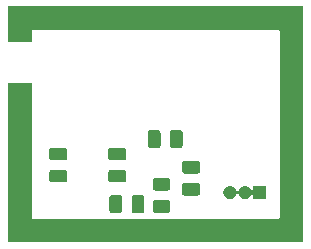
<source format=gbr>
G04 #@! TF.GenerationSoftware,KiCad,Pcbnew,5.1.5*
G04 #@! TF.CreationDate,2020-06-30T22:23:49+09:00*
G04 #@! TF.ProjectId,teabiscuits,74656162-6973-4637-9569-74732e6b6963,rev?*
G04 #@! TF.SameCoordinates,Original*
G04 #@! TF.FileFunction,Soldermask,Bot*
G04 #@! TF.FilePolarity,Negative*
%FSLAX46Y46*%
G04 Gerber Fmt 4.6, Leading zero omitted, Abs format (unit mm)*
G04 Created by KiCad (PCBNEW 5.1.5) date 2020-06-30 22:23:49*
%MOMM*%
%LPD*%
G04 APERTURE LIST*
%ADD10C,0.100000*%
G04 APERTURE END LIST*
D10*
G36*
X177000000Y-145750000D02*
G01*
X152000000Y-145750000D01*
X152000000Y-132250000D01*
X154000000Y-132250000D01*
X154000000Y-143625001D01*
X154002402Y-143649387D01*
X154009515Y-143672836D01*
X154021066Y-143694447D01*
X154036611Y-143713389D01*
X154055553Y-143728934D01*
X154077164Y-143740485D01*
X154100613Y-143747598D01*
X154124999Y-143750000D01*
X174875001Y-143750000D01*
X174899387Y-143747598D01*
X174922836Y-143740485D01*
X174944447Y-143728934D01*
X174963389Y-143713389D01*
X174978934Y-143694447D01*
X174990485Y-143672836D01*
X174997598Y-143649387D01*
X175000000Y-143625001D01*
X175000000Y-127874999D01*
X174997598Y-127850613D01*
X174990485Y-127827164D01*
X174978934Y-127805553D01*
X174963389Y-127786611D01*
X174944447Y-127771066D01*
X174922836Y-127759515D01*
X174899387Y-127752402D01*
X174875001Y-127750000D01*
X154124999Y-127750000D01*
X154100613Y-127752402D01*
X154077164Y-127759515D01*
X154055553Y-127771066D01*
X154036611Y-127786611D01*
X154021066Y-127805553D01*
X154009515Y-127827164D01*
X154002402Y-127850613D01*
X154000000Y-127874999D01*
X154000000Y-128750000D01*
X152000000Y-128750000D01*
X152000000Y-125750000D01*
X177000000Y-125750000D01*
X177000000Y-145750000D01*
G37*
G36*
X163371968Y-141753565D02*
G01*
X163410638Y-141765296D01*
X163446277Y-141784346D01*
X163477517Y-141809983D01*
X163503154Y-141841223D01*
X163522204Y-141876862D01*
X163533935Y-141915532D01*
X163538500Y-141961888D01*
X163538500Y-143038112D01*
X163533935Y-143084468D01*
X163522204Y-143123138D01*
X163503154Y-143158777D01*
X163477517Y-143190017D01*
X163446277Y-143215654D01*
X163410638Y-143234704D01*
X163371968Y-143246435D01*
X163325612Y-143251000D01*
X162674388Y-143251000D01*
X162628032Y-143246435D01*
X162589362Y-143234704D01*
X162553723Y-143215654D01*
X162522483Y-143190017D01*
X162496846Y-143158777D01*
X162477796Y-143123138D01*
X162466065Y-143084468D01*
X162461500Y-143038112D01*
X162461500Y-141961888D01*
X162466065Y-141915532D01*
X162477796Y-141876862D01*
X162496846Y-141841223D01*
X162522483Y-141809983D01*
X162553723Y-141784346D01*
X162589362Y-141765296D01*
X162628032Y-141753565D01*
X162674388Y-141749000D01*
X163325612Y-141749000D01*
X163371968Y-141753565D01*
G37*
G36*
X161496968Y-141753565D02*
G01*
X161535638Y-141765296D01*
X161571277Y-141784346D01*
X161602517Y-141809983D01*
X161628154Y-141841223D01*
X161647204Y-141876862D01*
X161658935Y-141915532D01*
X161663500Y-141961888D01*
X161663500Y-143038112D01*
X161658935Y-143084468D01*
X161647204Y-143123138D01*
X161628154Y-143158777D01*
X161602517Y-143190017D01*
X161571277Y-143215654D01*
X161535638Y-143234704D01*
X161496968Y-143246435D01*
X161450612Y-143251000D01*
X160799388Y-143251000D01*
X160753032Y-143246435D01*
X160714362Y-143234704D01*
X160678723Y-143215654D01*
X160647483Y-143190017D01*
X160621846Y-143158777D01*
X160602796Y-143123138D01*
X160591065Y-143084468D01*
X160586500Y-143038112D01*
X160586500Y-141961888D01*
X160591065Y-141915532D01*
X160602796Y-141876862D01*
X160621846Y-141841223D01*
X160647483Y-141809983D01*
X160678723Y-141784346D01*
X160714362Y-141765296D01*
X160753032Y-141753565D01*
X160799388Y-141749000D01*
X161450612Y-141749000D01*
X161496968Y-141753565D01*
G37*
G36*
X165584468Y-142153565D02*
G01*
X165623138Y-142165296D01*
X165658777Y-142184346D01*
X165690017Y-142209983D01*
X165715654Y-142241223D01*
X165734704Y-142276862D01*
X165746435Y-142315532D01*
X165751000Y-142361888D01*
X165751000Y-143013112D01*
X165746435Y-143059468D01*
X165734704Y-143098138D01*
X165715654Y-143133777D01*
X165690017Y-143165017D01*
X165658777Y-143190654D01*
X165623138Y-143209704D01*
X165584468Y-143221435D01*
X165538112Y-143226000D01*
X164461888Y-143226000D01*
X164415532Y-143221435D01*
X164376862Y-143209704D01*
X164341223Y-143190654D01*
X164309983Y-143165017D01*
X164284346Y-143133777D01*
X164265296Y-143098138D01*
X164253565Y-143059468D01*
X164249000Y-143013112D01*
X164249000Y-142361888D01*
X164253565Y-142315532D01*
X164265296Y-142276862D01*
X164284346Y-142241223D01*
X164309983Y-142209983D01*
X164341223Y-142184346D01*
X164376862Y-142165296D01*
X164415532Y-142153565D01*
X164461888Y-142149000D01*
X165538112Y-142149000D01*
X165584468Y-142153565D01*
G37*
G36*
X170945721Y-140970174D02*
G01*
X171045995Y-141011709D01*
X171045996Y-141011710D01*
X171136242Y-141072010D01*
X171212990Y-141148758D01*
X171212991Y-141148760D01*
X171273291Y-141239005D01*
X171304516Y-141314389D01*
X171316067Y-141336000D01*
X171331612Y-141354941D01*
X171350554Y-141370487D01*
X171372165Y-141382038D01*
X171395614Y-141389151D01*
X171420000Y-141391553D01*
X171444386Y-141389151D01*
X171467835Y-141382038D01*
X171489446Y-141370487D01*
X171508387Y-141354942D01*
X171523933Y-141336000D01*
X171535484Y-141314389D01*
X171566709Y-141239005D01*
X171627009Y-141148760D01*
X171627010Y-141148758D01*
X171703758Y-141072010D01*
X171794004Y-141011710D01*
X171794005Y-141011709D01*
X171894279Y-140970174D01*
X172000730Y-140949000D01*
X172109270Y-140949000D01*
X172215721Y-140970174D01*
X172315995Y-141011709D01*
X172315996Y-141011710D01*
X172406242Y-141072010D01*
X172482990Y-141148758D01*
X172482991Y-141148760D01*
X172545068Y-141241664D01*
X172560614Y-141260606D01*
X172579556Y-141276151D01*
X172601167Y-141287702D01*
X172624615Y-141294815D01*
X172649002Y-141297217D01*
X172673388Y-141294815D01*
X172696837Y-141287702D01*
X172718447Y-141276151D01*
X172737389Y-141260605D01*
X172752934Y-141241663D01*
X172764485Y-141220052D01*
X172771598Y-141196604D01*
X172774000Y-141172218D01*
X172774000Y-140949000D01*
X173876000Y-140949000D01*
X173876000Y-142051000D01*
X172774000Y-142051000D01*
X172774000Y-141827782D01*
X172771598Y-141803396D01*
X172764485Y-141779947D01*
X172752934Y-141758336D01*
X172737389Y-141739394D01*
X172718447Y-141723849D01*
X172696836Y-141712298D01*
X172673387Y-141705185D01*
X172649001Y-141702783D01*
X172624615Y-141705185D01*
X172601166Y-141712298D01*
X172579555Y-141723849D01*
X172560613Y-141739394D01*
X172545068Y-141758336D01*
X172510558Y-141809983D01*
X172482990Y-141851242D01*
X172406242Y-141927990D01*
X172360812Y-141958345D01*
X172315995Y-141988291D01*
X172215721Y-142029826D01*
X172109270Y-142051000D01*
X172000730Y-142051000D01*
X171894279Y-142029826D01*
X171794005Y-141988291D01*
X171749188Y-141958345D01*
X171703758Y-141927990D01*
X171627010Y-141851242D01*
X171581630Y-141783326D01*
X171566709Y-141760995D01*
X171535484Y-141685611D01*
X171523933Y-141664000D01*
X171508388Y-141645059D01*
X171489446Y-141629513D01*
X171467835Y-141617962D01*
X171444386Y-141610849D01*
X171420000Y-141608447D01*
X171395614Y-141610849D01*
X171372165Y-141617962D01*
X171350554Y-141629513D01*
X171331613Y-141645058D01*
X171316067Y-141664000D01*
X171304516Y-141685611D01*
X171273291Y-141760995D01*
X171258370Y-141783326D01*
X171212990Y-141851242D01*
X171136242Y-141927990D01*
X171090812Y-141958345D01*
X171045995Y-141988291D01*
X170945721Y-142029826D01*
X170839270Y-142051000D01*
X170730730Y-142051000D01*
X170624279Y-142029826D01*
X170524005Y-141988291D01*
X170479188Y-141958345D01*
X170433758Y-141927990D01*
X170357010Y-141851242D01*
X170311630Y-141783326D01*
X170296709Y-141760995D01*
X170255174Y-141660721D01*
X170234000Y-141554270D01*
X170234000Y-141445730D01*
X170255174Y-141339279D01*
X170296709Y-141239005D01*
X170357009Y-141148760D01*
X170357010Y-141148758D01*
X170433758Y-141072010D01*
X170524004Y-141011710D01*
X170524005Y-141011709D01*
X170624279Y-140970174D01*
X170730730Y-140949000D01*
X170839270Y-140949000D01*
X170945721Y-140970174D01*
G37*
G36*
X168084468Y-140716065D02*
G01*
X168123138Y-140727796D01*
X168158777Y-140746846D01*
X168190017Y-140772483D01*
X168215654Y-140803723D01*
X168234704Y-140839362D01*
X168246435Y-140878032D01*
X168251000Y-140924388D01*
X168251000Y-141575612D01*
X168246435Y-141621968D01*
X168234704Y-141660638D01*
X168215654Y-141696277D01*
X168190017Y-141727517D01*
X168158777Y-141753154D01*
X168123138Y-141772204D01*
X168084468Y-141783935D01*
X168038112Y-141788500D01*
X166961888Y-141788500D01*
X166915532Y-141783935D01*
X166876862Y-141772204D01*
X166841223Y-141753154D01*
X166809983Y-141727517D01*
X166784346Y-141696277D01*
X166765296Y-141660638D01*
X166753565Y-141621968D01*
X166749000Y-141575612D01*
X166749000Y-140924388D01*
X166753565Y-140878032D01*
X166765296Y-140839362D01*
X166784346Y-140803723D01*
X166809983Y-140772483D01*
X166841223Y-140746846D01*
X166876862Y-140727796D01*
X166915532Y-140716065D01*
X166961888Y-140711500D01*
X168038112Y-140711500D01*
X168084468Y-140716065D01*
G37*
G36*
X165584468Y-140278565D02*
G01*
X165623138Y-140290296D01*
X165658777Y-140309346D01*
X165690017Y-140334983D01*
X165715654Y-140366223D01*
X165734704Y-140401862D01*
X165746435Y-140440532D01*
X165751000Y-140486888D01*
X165751000Y-141138112D01*
X165746435Y-141184468D01*
X165734704Y-141223138D01*
X165715654Y-141258777D01*
X165690017Y-141290017D01*
X165658777Y-141315654D01*
X165623138Y-141334704D01*
X165584468Y-141346435D01*
X165538112Y-141351000D01*
X164461888Y-141351000D01*
X164415532Y-141346435D01*
X164376862Y-141334704D01*
X164341223Y-141315654D01*
X164309983Y-141290017D01*
X164284346Y-141258777D01*
X164265296Y-141223138D01*
X164253565Y-141184468D01*
X164249000Y-141138112D01*
X164249000Y-140486888D01*
X164253565Y-140440532D01*
X164265296Y-140401862D01*
X164284346Y-140366223D01*
X164309983Y-140334983D01*
X164341223Y-140309346D01*
X164376862Y-140290296D01*
X164415532Y-140278565D01*
X164461888Y-140274000D01*
X165538112Y-140274000D01*
X165584468Y-140278565D01*
G37*
G36*
X156834468Y-139591065D02*
G01*
X156873138Y-139602796D01*
X156908777Y-139621846D01*
X156940017Y-139647483D01*
X156965654Y-139678723D01*
X156984704Y-139714362D01*
X156996435Y-139753032D01*
X157001000Y-139799388D01*
X157001000Y-140450612D01*
X156996435Y-140496968D01*
X156984704Y-140535638D01*
X156965654Y-140571277D01*
X156940017Y-140602517D01*
X156908777Y-140628154D01*
X156873138Y-140647204D01*
X156834468Y-140658935D01*
X156788112Y-140663500D01*
X155711888Y-140663500D01*
X155665532Y-140658935D01*
X155626862Y-140647204D01*
X155591223Y-140628154D01*
X155559983Y-140602517D01*
X155534346Y-140571277D01*
X155515296Y-140535638D01*
X155503565Y-140496968D01*
X155499000Y-140450612D01*
X155499000Y-139799388D01*
X155503565Y-139753032D01*
X155515296Y-139714362D01*
X155534346Y-139678723D01*
X155559983Y-139647483D01*
X155591223Y-139621846D01*
X155626862Y-139602796D01*
X155665532Y-139591065D01*
X155711888Y-139586500D01*
X156788112Y-139586500D01*
X156834468Y-139591065D01*
G37*
G36*
X161834468Y-139591065D02*
G01*
X161873138Y-139602796D01*
X161908777Y-139621846D01*
X161940017Y-139647483D01*
X161965654Y-139678723D01*
X161984704Y-139714362D01*
X161996435Y-139753032D01*
X162001000Y-139799388D01*
X162001000Y-140450612D01*
X161996435Y-140496968D01*
X161984704Y-140535638D01*
X161965654Y-140571277D01*
X161940017Y-140602517D01*
X161908777Y-140628154D01*
X161873138Y-140647204D01*
X161834468Y-140658935D01*
X161788112Y-140663500D01*
X160711888Y-140663500D01*
X160665532Y-140658935D01*
X160626862Y-140647204D01*
X160591223Y-140628154D01*
X160559983Y-140602517D01*
X160534346Y-140571277D01*
X160515296Y-140535638D01*
X160503565Y-140496968D01*
X160499000Y-140450612D01*
X160499000Y-139799388D01*
X160503565Y-139753032D01*
X160515296Y-139714362D01*
X160534346Y-139678723D01*
X160559983Y-139647483D01*
X160591223Y-139621846D01*
X160626862Y-139602796D01*
X160665532Y-139591065D01*
X160711888Y-139586500D01*
X161788112Y-139586500D01*
X161834468Y-139591065D01*
G37*
G36*
X168084468Y-138841065D02*
G01*
X168123138Y-138852796D01*
X168158777Y-138871846D01*
X168190017Y-138897483D01*
X168215654Y-138928723D01*
X168234704Y-138964362D01*
X168246435Y-139003032D01*
X168251000Y-139049388D01*
X168251000Y-139700612D01*
X168246435Y-139746968D01*
X168234704Y-139785638D01*
X168215654Y-139821277D01*
X168190017Y-139852517D01*
X168158777Y-139878154D01*
X168123138Y-139897204D01*
X168084468Y-139908935D01*
X168038112Y-139913500D01*
X166961888Y-139913500D01*
X166915532Y-139908935D01*
X166876862Y-139897204D01*
X166841223Y-139878154D01*
X166809983Y-139852517D01*
X166784346Y-139821277D01*
X166765296Y-139785638D01*
X166753565Y-139746968D01*
X166749000Y-139700612D01*
X166749000Y-139049388D01*
X166753565Y-139003032D01*
X166765296Y-138964362D01*
X166784346Y-138928723D01*
X166809983Y-138897483D01*
X166841223Y-138871846D01*
X166876862Y-138852796D01*
X166915532Y-138841065D01*
X166961888Y-138836500D01*
X168038112Y-138836500D01*
X168084468Y-138841065D01*
G37*
G36*
X156834468Y-137716065D02*
G01*
X156873138Y-137727796D01*
X156908777Y-137746846D01*
X156940017Y-137772483D01*
X156965654Y-137803723D01*
X156984704Y-137839362D01*
X156996435Y-137878032D01*
X157001000Y-137924388D01*
X157001000Y-138575612D01*
X156996435Y-138621968D01*
X156984704Y-138660638D01*
X156965654Y-138696277D01*
X156940017Y-138727517D01*
X156908777Y-138753154D01*
X156873138Y-138772204D01*
X156834468Y-138783935D01*
X156788112Y-138788500D01*
X155711888Y-138788500D01*
X155665532Y-138783935D01*
X155626862Y-138772204D01*
X155591223Y-138753154D01*
X155559983Y-138727517D01*
X155534346Y-138696277D01*
X155515296Y-138660638D01*
X155503565Y-138621968D01*
X155499000Y-138575612D01*
X155499000Y-137924388D01*
X155503565Y-137878032D01*
X155515296Y-137839362D01*
X155534346Y-137803723D01*
X155559983Y-137772483D01*
X155591223Y-137746846D01*
X155626862Y-137727796D01*
X155665532Y-137716065D01*
X155711888Y-137711500D01*
X156788112Y-137711500D01*
X156834468Y-137716065D01*
G37*
G36*
X161834468Y-137716065D02*
G01*
X161873138Y-137727796D01*
X161908777Y-137746846D01*
X161940017Y-137772483D01*
X161965654Y-137803723D01*
X161984704Y-137839362D01*
X161996435Y-137878032D01*
X162001000Y-137924388D01*
X162001000Y-138575612D01*
X161996435Y-138621968D01*
X161984704Y-138660638D01*
X161965654Y-138696277D01*
X161940017Y-138727517D01*
X161908777Y-138753154D01*
X161873138Y-138772204D01*
X161834468Y-138783935D01*
X161788112Y-138788500D01*
X160711888Y-138788500D01*
X160665532Y-138783935D01*
X160626862Y-138772204D01*
X160591223Y-138753154D01*
X160559983Y-138727517D01*
X160534346Y-138696277D01*
X160515296Y-138660638D01*
X160503565Y-138621968D01*
X160499000Y-138575612D01*
X160499000Y-137924388D01*
X160503565Y-137878032D01*
X160515296Y-137839362D01*
X160534346Y-137803723D01*
X160559983Y-137772483D01*
X160591223Y-137746846D01*
X160626862Y-137727796D01*
X160665532Y-137716065D01*
X160711888Y-137711500D01*
X161788112Y-137711500D01*
X161834468Y-137716065D01*
G37*
G36*
X166621968Y-136253565D02*
G01*
X166660638Y-136265296D01*
X166696277Y-136284346D01*
X166727517Y-136309983D01*
X166753154Y-136341223D01*
X166772204Y-136376862D01*
X166783935Y-136415532D01*
X166788500Y-136461888D01*
X166788500Y-137538112D01*
X166783935Y-137584468D01*
X166772204Y-137623138D01*
X166753154Y-137658777D01*
X166727517Y-137690017D01*
X166696277Y-137715654D01*
X166660638Y-137734704D01*
X166621968Y-137746435D01*
X166575612Y-137751000D01*
X165924388Y-137751000D01*
X165878032Y-137746435D01*
X165839362Y-137734704D01*
X165803723Y-137715654D01*
X165772483Y-137690017D01*
X165746846Y-137658777D01*
X165727796Y-137623138D01*
X165716065Y-137584468D01*
X165711500Y-137538112D01*
X165711500Y-136461888D01*
X165716065Y-136415532D01*
X165727796Y-136376862D01*
X165746846Y-136341223D01*
X165772483Y-136309983D01*
X165803723Y-136284346D01*
X165839362Y-136265296D01*
X165878032Y-136253565D01*
X165924388Y-136249000D01*
X166575612Y-136249000D01*
X166621968Y-136253565D01*
G37*
G36*
X164746968Y-136253565D02*
G01*
X164785638Y-136265296D01*
X164821277Y-136284346D01*
X164852517Y-136309983D01*
X164878154Y-136341223D01*
X164897204Y-136376862D01*
X164908935Y-136415532D01*
X164913500Y-136461888D01*
X164913500Y-137538112D01*
X164908935Y-137584468D01*
X164897204Y-137623138D01*
X164878154Y-137658777D01*
X164852517Y-137690017D01*
X164821277Y-137715654D01*
X164785638Y-137734704D01*
X164746968Y-137746435D01*
X164700612Y-137751000D01*
X164049388Y-137751000D01*
X164003032Y-137746435D01*
X163964362Y-137734704D01*
X163928723Y-137715654D01*
X163897483Y-137690017D01*
X163871846Y-137658777D01*
X163852796Y-137623138D01*
X163841065Y-137584468D01*
X163836500Y-137538112D01*
X163836500Y-136461888D01*
X163841065Y-136415532D01*
X163852796Y-136376862D01*
X163871846Y-136341223D01*
X163897483Y-136309983D01*
X163928723Y-136284346D01*
X163964362Y-136265296D01*
X164003032Y-136253565D01*
X164049388Y-136249000D01*
X164700612Y-136249000D01*
X164746968Y-136253565D01*
G37*
M02*

</source>
